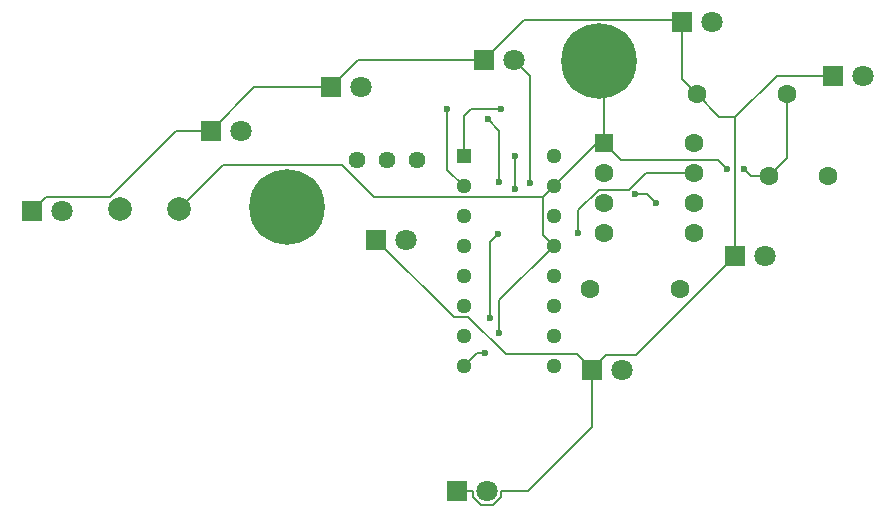
<source format=gbr>
%TF.GenerationSoftware,KiCad,Pcbnew,9.0.6*%
%TF.CreationDate,2025-12-24T22:47:28+00:00*%
%TF.ProjectId,555 Chaser,35353520-4368-4617-9365-722e6b696361,rev?*%
%TF.SameCoordinates,Original*%
%TF.FileFunction,Copper,L2,Bot*%
%TF.FilePolarity,Positive*%
%FSLAX46Y46*%
G04 Gerber Fmt 4.6, Leading zero omitted, Abs format (unit mm)*
G04 Created by KiCad (PCBNEW 9.0.6) date 2025-12-24 22:47:28*
%MOMM*%
%LPD*%
G01*
G04 APERTURE LIST*
G04 Aperture macros list*
%AMRoundRect*
0 Rectangle with rounded corners*
0 $1 Rounding radius*
0 $2 $3 $4 $5 $6 $7 $8 $9 X,Y pos of 4 corners*
0 Add a 4 corners polygon primitive as box body*
4,1,4,$2,$3,$4,$5,$6,$7,$8,$9,$2,$3,0*
0 Add four circle primitives for the rounded corners*
1,1,$1+$1,$2,$3*
1,1,$1+$1,$4,$5*
1,1,$1+$1,$6,$7*
1,1,$1+$1,$8,$9*
0 Add four rect primitives between the rounded corners*
20,1,$1+$1,$2,$3,$4,$5,0*
20,1,$1+$1,$4,$5,$6,$7,0*
20,1,$1+$1,$6,$7,$8,$9,0*
20,1,$1+$1,$8,$9,$2,$3,0*%
G04 Aperture macros list end*
%TA.AperFunction,ComponentPad*%
%ADD10C,6.400000*%
%TD*%
%TA.AperFunction,ComponentPad*%
%ADD11R,1.295400X1.295400*%
%TD*%
%TA.AperFunction,ComponentPad*%
%ADD12C,1.295400*%
%TD*%
%TA.AperFunction,ComponentPad*%
%ADD13RoundRect,0.250000X-0.550000X-0.550000X0.550000X-0.550000X0.550000X0.550000X-0.550000X0.550000X0*%
%TD*%
%TA.AperFunction,ComponentPad*%
%ADD14C,1.600000*%
%TD*%
%TA.AperFunction,ComponentPad*%
%ADD15C,1.440000*%
%TD*%
%TA.AperFunction,ComponentPad*%
%ADD16R,1.800000X1.800000*%
%TD*%
%TA.AperFunction,ComponentPad*%
%ADD17C,1.800000*%
%TD*%
%TA.AperFunction,ComponentPad*%
%ADD18C,2.000000*%
%TD*%
%TA.AperFunction,ViaPad*%
%ADD19C,0.600000*%
%TD*%
%TA.AperFunction,Conductor*%
%ADD20C,0.200000*%
%TD*%
G04 APERTURE END LIST*
D10*
%TO.P,H2,1,1*%
%TO.N,GND*%
X97000000Y-46000000D03*
%TD*%
D11*
%TO.P,U2,1,Q5*%
%TO.N,Net-(D6-A)*%
X85590000Y-54010000D03*
D12*
%TO.P,U2,2,Q1*%
%TO.N,Net-(D2-A)*%
X85590000Y-56550000D03*
%TO.P,U2,3,Q0*%
%TO.N,Net-(D1-A)*%
X85590000Y-59090000D03*
%TO.P,U2,4,Q2*%
%TO.N,Net-(D3-A)*%
X85590000Y-61630000D03*
%TO.P,U2,5,Q6*%
%TO.N,Net-(D7-A)*%
X85590000Y-64170000D03*
%TO.P,U2,6,Q7*%
%TO.N,Net-(D8-A)*%
X85590000Y-66710000D03*
%TO.P,U2,7,Q3*%
%TO.N,Net-(D4-A)*%
X85590000Y-69250000D03*
%TO.P,U2,8,VSS*%
%TO.N,GND*%
X85590000Y-71790000D03*
%TO.P,U2,9,Q8*%
%TO.N,Net-(D9-A)*%
X93210000Y-71790000D03*
%TO.P,U2,10,Q4*%
%TO.N,Net-(D5-A)*%
X93210000Y-69250000D03*
%TO.P,U2,11,Q9*%
%TO.N,Net-(D10-A)*%
X93210000Y-66710000D03*
%TO.P,U2,12,Cout*%
%TO.N,unconnected-(U2-Cout-Pad12)*%
X93210000Y-64170000D03*
%TO.P,U2,13,CKEN*%
%TO.N,GND*%
X93210000Y-61630000D03*
%TO.P,U2,14,CLK*%
%TO.N,OUT*%
X93210000Y-59090000D03*
%TO.P,U2,15,Reset*%
%TO.N,GND*%
X93210000Y-56550000D03*
%TO.P,U2,16,VDD*%
%TO.N,+5V*%
X93210000Y-54010000D03*
%TD*%
D13*
%TO.P,U1,1,GND*%
%TO.N,GND*%
X97495000Y-52890000D03*
D14*
%TO.P,U1,2,TR*%
%TO.N,TR*%
X97495000Y-55430000D03*
%TO.P,U1,3,Q*%
%TO.N,OUT*%
X97495000Y-57970000D03*
%TO.P,U1,4,R*%
%TO.N,+5V*%
X97495000Y-60510000D03*
%TO.P,U1,5,CV*%
%TO.N,Net-(U1-CV)*%
X105115000Y-60510000D03*
%TO.P,U1,6,THR*%
%TO.N,TR*%
X105115000Y-57970000D03*
%TO.P,U1,7,DIS*%
%TO.N,Net-(U1-DIS)*%
X105115000Y-55430000D03*
%TO.P,U1,8,VCC*%
%TO.N,+5V*%
X105115000Y-52890000D03*
%TD*%
D15*
%TO.P,RV1,1,1*%
%TO.N,Net-(U1-DIS)*%
X81640000Y-54395000D03*
%TO.P,RV1,2,2*%
X79100000Y-54395000D03*
%TO.P,RV1,3,3*%
%TO.N,TR*%
X76560000Y-54395000D03*
%TD*%
D14*
%TO.P,R2,1*%
%TO.N,+5V*%
X96280000Y-65300000D03*
%TO.P,R2,2*%
%TO.N,Net-(U1-DIS)*%
X103900000Y-65300000D03*
%TD*%
%TO.P,R1,1*%
%TO.N,Net-(D1-K)*%
X105300000Y-48800000D03*
%TO.P,R1,2*%
%TO.N,GND*%
X112920000Y-48800000D03*
%TD*%
D10*
%TO.P,H1,1,1*%
%TO.N,+5V*%
X70600000Y-58300000D03*
%TD*%
D16*
%TO.P,D10,1,K*%
%TO.N,Net-(D1-K)*%
X78160000Y-61100000D03*
D17*
%TO.P,D10,2,A*%
%TO.N,Net-(D10-A)*%
X80700000Y-61100000D03*
%TD*%
D16*
%TO.P,D9,1,K*%
%TO.N,Net-(D1-K)*%
X85000000Y-82400000D03*
D17*
%TO.P,D9,2,A*%
%TO.N,Net-(D9-A)*%
X87540000Y-82400000D03*
%TD*%
D16*
%TO.P,D8,1,K*%
%TO.N,Net-(D1-K)*%
X96460000Y-72100000D03*
D17*
%TO.P,D8,2,A*%
%TO.N,Net-(D8-A)*%
X99000000Y-72100000D03*
%TD*%
D16*
%TO.P,D7,1,K*%
%TO.N,Net-(D1-K)*%
X108560000Y-62500000D03*
D17*
%TO.P,D7,2,A*%
%TO.N,Net-(D7-A)*%
X111100000Y-62500000D03*
%TD*%
D16*
%TO.P,D6,1,K*%
%TO.N,Net-(D1-K)*%
X116825000Y-47200000D03*
D17*
%TO.P,D6,2,A*%
%TO.N,Net-(D6-A)*%
X119365000Y-47200000D03*
%TD*%
D16*
%TO.P,D5,1,K*%
%TO.N,Net-(D1-K)*%
X104025000Y-42700000D03*
D17*
%TO.P,D5,2,A*%
%TO.N,Net-(D5-A)*%
X106565000Y-42700000D03*
%TD*%
D16*
%TO.P,D4,1,K*%
%TO.N,Net-(D1-K)*%
X87300000Y-45900000D03*
D17*
%TO.P,D4,2,A*%
%TO.N,Net-(D4-A)*%
X89840000Y-45900000D03*
%TD*%
D16*
%TO.P,D3,1,K*%
%TO.N,Net-(D1-K)*%
X74360000Y-48200000D03*
D17*
%TO.P,D3,2,A*%
%TO.N,Net-(D3-A)*%
X76900000Y-48200000D03*
%TD*%
D16*
%TO.P,D2,1,K*%
%TO.N,Net-(D1-K)*%
X64160000Y-51900000D03*
D17*
%TO.P,D2,2,A*%
%TO.N,Net-(D2-A)*%
X66700000Y-51900000D03*
%TD*%
D16*
%TO.P,D1,1,K*%
%TO.N,Net-(D1-K)*%
X49025000Y-58700000D03*
D17*
%TO.P,D1,2,A*%
%TO.N,Net-(D1-A)*%
X51565000Y-58700000D03*
%TD*%
D18*
%TO.P,C2,1*%
%TO.N,TR*%
X56500000Y-58500000D03*
%TO.P,C2,2*%
%TO.N,GND*%
X61500000Y-58500000D03*
%TD*%
D14*
%TO.P,C1,1*%
%TO.N,GND*%
X111400000Y-55700000D03*
%TO.P,C1,2*%
%TO.N,Net-(U1-CV)*%
X116400000Y-55700000D03*
%TD*%
D19*
%TO.N,Net-(D4-A)*%
X87800000Y-67700000D03*
X88500000Y-60600000D03*
X91200000Y-56300000D03*
%TO.N,Net-(D2-A)*%
X84200000Y-50000000D03*
%TO.N,Net-(D6-A)*%
X88700000Y-50000000D03*
%TO.N,Net-(U1-DIS)*%
X89900000Y-54000000D03*
X89900000Y-56800000D03*
X95300000Y-60500000D03*
%TO.N,Net-(D3-A)*%
X88600000Y-56200000D03*
X87600000Y-50900000D03*
%TO.N,TR*%
X101900000Y-58000000D03*
X100100000Y-57200000D03*
%TO.N,GND*%
X107900000Y-55100000D03*
X109300000Y-55100000D03*
X88600000Y-69000000D03*
X87400000Y-70700000D03*
%TD*%
D20*
%TO.N,Net-(D1-K)*%
X86339000Y-82400000D02*
X85000000Y-82400000D01*
X86339000Y-82897471D02*
X86339000Y-82400000D01*
X87042529Y-83601000D02*
X86339000Y-82897471D01*
X88741000Y-82897471D02*
X88037471Y-83601000D01*
X91000000Y-82400000D02*
X88741000Y-82400000D01*
X88037471Y-83601000D02*
X87042529Y-83601000D01*
X96460000Y-76940000D02*
X91000000Y-82400000D01*
X88741000Y-82400000D02*
X88741000Y-82897471D01*
X96460000Y-72100000D02*
X96460000Y-76940000D01*
X108520000Y-50700000D02*
X108560000Y-50740000D01*
X107200000Y-50700000D02*
X108520000Y-50700000D01*
X105300000Y-48800000D02*
X107200000Y-50700000D01*
X108560000Y-50740000D02*
X108560000Y-52060000D01*
X112100000Y-47200000D02*
X108560000Y-50740000D01*
X116825000Y-47200000D02*
X112100000Y-47200000D01*
%TO.N,Net-(D4-A)*%
X87800000Y-67700000D02*
X87800000Y-67800000D01*
X87800000Y-61300000D02*
X87800000Y-67700000D01*
X88500000Y-60600000D02*
X87800000Y-61300000D01*
X91200000Y-47260000D02*
X91200000Y-56300000D01*
X89840000Y-45900000D02*
X91200000Y-47260000D01*
%TO.N,Net-(D2-A)*%
X84200000Y-55160000D02*
X85590000Y-56550000D01*
X84200000Y-50000000D02*
X84200000Y-55160000D01*
%TO.N,Net-(D6-A)*%
X85590000Y-50610000D02*
X85590000Y-54010000D01*
X86200000Y-50000000D02*
X85590000Y-50610000D01*
X88700000Y-50000000D02*
X86200000Y-50000000D01*
%TO.N,Net-(U1-DIS)*%
X89900000Y-56800000D02*
X89900000Y-54000000D01*
X97038950Y-56869000D02*
X95300000Y-58607950D01*
X99581057Y-56869000D02*
X97038950Y-56869000D01*
X101020057Y-55430000D02*
X99581057Y-56869000D01*
X95300000Y-58607950D02*
X95300000Y-60500000D01*
X105115000Y-55430000D02*
X101020057Y-55430000D01*
%TO.N,Net-(D3-A)*%
X88600000Y-51900000D02*
X87600000Y-50900000D01*
X88600000Y-56200000D02*
X88600000Y-51900000D01*
%TO.N,GND*%
X92260000Y-57500000D02*
X93210000Y-56550000D01*
X78000000Y-57500000D02*
X92260000Y-57500000D01*
X75299000Y-54799000D02*
X78000000Y-57500000D01*
X65201000Y-54799000D02*
X75299000Y-54799000D01*
X61500000Y-58500000D02*
X65201000Y-54799000D01*
%TO.N,TR*%
X101100000Y-57200000D02*
X101900000Y-58000000D01*
X100100000Y-57200000D02*
X101100000Y-57200000D01*
%TO.N,GND*%
X98934000Y-54329000D02*
X97495000Y-52890000D01*
X107129000Y-54329000D02*
X98934000Y-54329000D01*
X107900000Y-55100000D02*
X107129000Y-54329000D01*
X109900000Y-55700000D02*
X109300000Y-55100000D01*
X111400000Y-55700000D02*
X109900000Y-55700000D01*
X88600000Y-69000000D02*
X88600000Y-66240000D01*
X88600000Y-66240000D02*
X93210000Y-61630000D01*
X86680000Y-70700000D02*
X87400000Y-70700000D01*
X85590000Y-71790000D02*
X86680000Y-70700000D01*
%TO.N,Net-(D1-K)*%
X89124265Y-70800000D02*
X85982965Y-67658700D01*
%TO.N,GND*%
X92261300Y-60681300D02*
X93210000Y-61630000D01*
X92261300Y-57498700D02*
X92261300Y-60681300D01*
X93210000Y-56550000D02*
X92261300Y-57498700D01*
X96870000Y-52890000D02*
X93210000Y-56550000D01*
X97495000Y-52890000D02*
X96870000Y-52890000D01*
X97495000Y-46495000D02*
X97000000Y-46000000D01*
X97495000Y-52890000D02*
X97495000Y-46495000D01*
X112920000Y-54180000D02*
X111400000Y-55700000D01*
X112920000Y-48800000D02*
X112920000Y-54180000D01*
%TO.N,Net-(D1-K)*%
X97661000Y-70899000D02*
X96460000Y-72100000D01*
X100161000Y-70899000D02*
X97661000Y-70899000D01*
X108560000Y-62500000D02*
X100161000Y-70899000D01*
X108560000Y-52060000D02*
X108560000Y-62500000D01*
X104025000Y-47525000D02*
X105300000Y-48800000D01*
X104025000Y-42700000D02*
X104025000Y-47525000D01*
X90701000Y-42499000D02*
X103824000Y-42499000D01*
X103824000Y-42499000D02*
X104025000Y-42700000D01*
X87300000Y-45900000D02*
X90701000Y-42499000D01*
X76660000Y-45900000D02*
X87300000Y-45900000D01*
X74360000Y-48200000D02*
X76660000Y-45900000D01*
X67860000Y-48200000D02*
X74360000Y-48200000D01*
X64160000Y-51900000D02*
X67860000Y-48200000D01*
X61260108Y-51900000D02*
X64160000Y-51900000D01*
X55661108Y-57499000D02*
X61260108Y-51900000D01*
X50226000Y-57499000D02*
X55661108Y-57499000D01*
X49025000Y-58700000D02*
X50226000Y-57499000D01*
X84718700Y-67658700D02*
X78160000Y-61100000D01*
X85982965Y-67658700D02*
X84718700Y-67658700D01*
X95160000Y-70800000D02*
X89124265Y-70800000D01*
X96460000Y-72100000D02*
X95160000Y-70800000D01*
%TD*%
M02*

</source>
